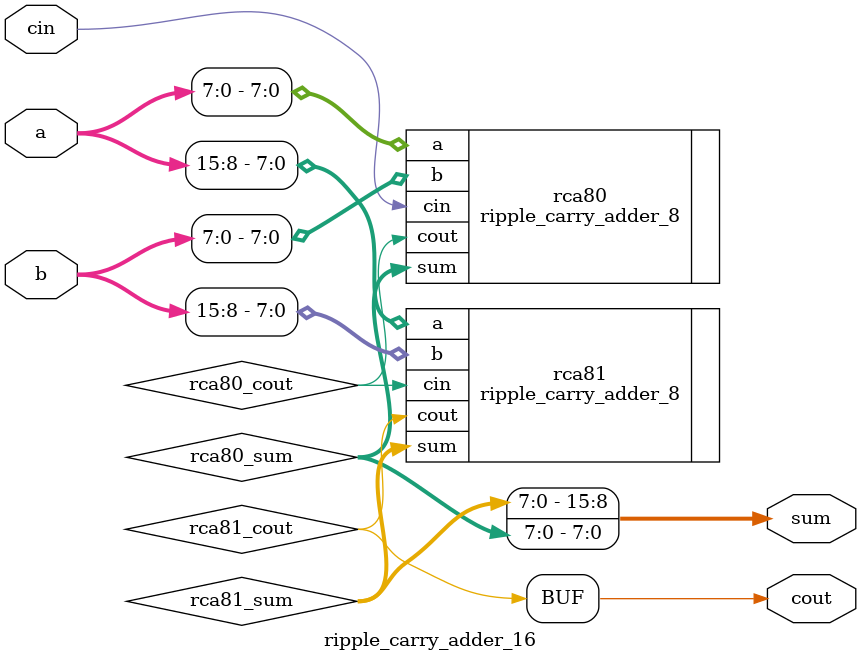
<source format=v>
`include "../../src/verilog/ripple_carry_adder_8.v"

module ripple_carry_adder_16(
    input wire [15:0] a,
    input wire [15:0] b,
    input wire cin,
    output wire cout,
    output wire [15:0] sum
);

wire rca80_cout;
wire [7:0] rca80_sum;
wire rca81_cout;
wire [7:0] rca81_sum;

ripple_carry_adder_8 rca80(
    .a(a[7:0]),
    .b(b[7:0]),
    .cin(cin),
    .cout(rca80_cout),
    .sum(rca80_sum)
);

ripple_carry_adder_8 rca81(
    .a(a[15:8]),
    .b(b[15:8]),
    .cin(rca80_cout),
    .cout(rca81_cout),
    .sum(rca81_sum)
);

assign cout = rca81_cout;
assign sum = {rca81_sum, rca80_sum};

endmodule
</source>
